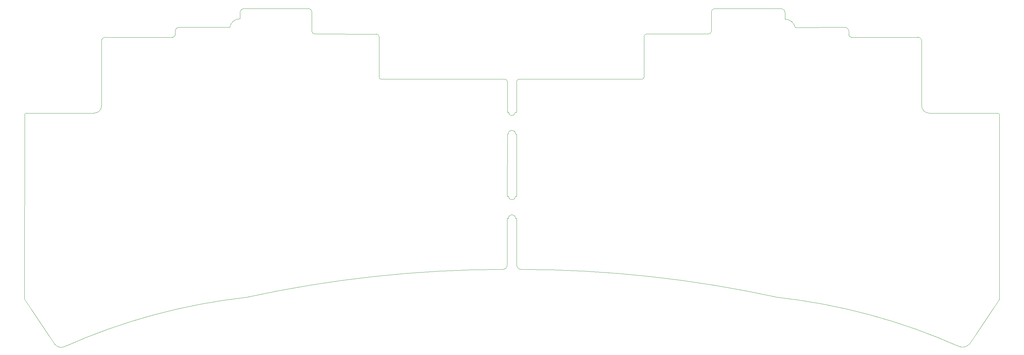
<source format=gbr>
%TF.GenerationSoftware,KiCad,Pcbnew,(6.0.5-0)*%
%TF.CreationDate,2022-07-02T18:36:44-07:00*%
%TF.ProjectId,Swept_3x6,53776570-745f-4337-9836-2e6b69636164,rev?*%
%TF.SameCoordinates,Original*%
%TF.FileFunction,Profile,NP*%
%FSLAX46Y46*%
G04 Gerber Fmt 4.6, Leading zero omitted, Abs format (unit mm)*
G04 Created by KiCad (PCBNEW (6.0.5-0)) date 2022-07-02 18:36:44*
%MOMM*%
%LPD*%
G01*
G04 APERTURE LIST*
%TA.AperFunction,Profile*%
%ADD10C,0.050000*%
%TD*%
G04 APERTURE END LIST*
D10*
X257909420Y-44429122D02*
X257909464Y-27104542D01*
X267901390Y-108847455D02*
G75*
G03*
X270637000Y-108229400I945310J2179055D01*
G01*
X257909397Y-44429123D02*
G75*
G03*
X259913810Y-46355000I1994503J69823D01*
G01*
X219288535Y-95695022D02*
G75*
G03*
X150647400Y-88214200I-69219135J-316475378D01*
G01*
X257909418Y-27104542D02*
G75*
G03*
X256837367Y-26012681I-1081918J9942D01*
G01*
X224014371Y-23380506D02*
X237312020Y-23374308D01*
X57353200Y-26009600D02*
G75*
G03*
X57988200Y-25374600I0J635000D01*
G01*
X221310199Y-19456400D02*
G75*
G03*
X220243220Y-18370508I-1076799J9100D01*
G01*
X94589609Y-19308139D02*
G75*
G03*
X93649800Y-18364200I-943909J39D01*
G01*
X147294227Y-46075600D02*
X146964400Y-46075600D01*
X149428200Y-51968400D02*
X149453600Y-68656200D01*
X149148800Y-51968400D02*
X149428200Y-51968400D01*
X57988200Y-24434800D02*
X57988200Y-25374600D01*
X112623600Y-25920700D02*
G75*
G03*
X111861600Y-25158700I-762000J0D01*
G01*
X18084800Y-46355000D02*
X36230332Y-46348917D01*
X146913600Y-68656200D02*
X146939000Y-51968400D01*
X39324498Y-26009999D02*
G75*
G03*
X38252400Y-27101800I9802J-1081901D01*
G01*
X36230332Y-46348922D02*
G75*
G03*
X38252444Y-44426380I101958J1917452D01*
G01*
X238379012Y-24434800D02*
G75*
G03*
X237312020Y-23374308I-1076812J-16400D01*
G01*
X38252400Y-27101800D02*
X38252444Y-44426380D01*
X259913810Y-46355000D02*
X278282400Y-46355000D01*
X146913600Y-87020400D02*
X146913600Y-74472800D01*
X202534185Y-18364194D02*
G75*
G03*
X201594385Y-19308139I4115J-943906D01*
G01*
X150088600Y-37261800D02*
G75*
G03*
X149402800Y-37947600I0J-685800D01*
G01*
X147269200Y-68656200D02*
X146913600Y-68656200D01*
X147167600Y-51968400D02*
X146939000Y-51968400D01*
X267901410Y-108847409D02*
G75*
G03*
X219288534Y-95695027I-66624810J-149837891D01*
G01*
X75331283Y-19558000D02*
X75336400Y-21082000D01*
X149402800Y-37947600D02*
X149402800Y-46151800D01*
X278688800Y-96266000D02*
X270637000Y-108229400D01*
X201594385Y-19308139D02*
X201594385Y-24384000D01*
X149148800Y-51968400D02*
G75*
G03*
X147167600Y-51968400I-990600J0D01*
G01*
X94589600Y-24384000D02*
X94589600Y-19308139D01*
X278708839Y-46775732D02*
G75*
G03*
X278282400Y-46355000I-420739J32D01*
G01*
X183064711Y-37261800D02*
X150088600Y-37261800D01*
X278708868Y-46775732D02*
X278739600Y-96012000D01*
X59055180Y-23374320D02*
G75*
G03*
X57988200Y-24434800I9820J-1076880D01*
G01*
X147269200Y-74472800D02*
X146913600Y-74472800D01*
X256837367Y-26012681D02*
X239014000Y-26009600D01*
X238379000Y-25374600D02*
X238379000Y-24434800D01*
X77078666Y-95695027D02*
G75*
G03*
X28465795Y-108847420I18011984J-162990303D01*
G01*
X57353200Y-26009600D02*
X39324497Y-26009939D01*
X18084800Y-46354971D02*
G75*
G03*
X17658332Y-46775732I-5700J-420729D01*
G01*
X200832385Y-25145985D02*
G75*
G03*
X201594385Y-24384000I15J761985D01*
G01*
X148183600Y-69545552D02*
G75*
G03*
X149097999Y-68656200I0J914752D01*
G01*
X59055180Y-23374308D02*
X72618600Y-23368000D01*
X149453600Y-87020400D02*
G75*
G03*
X150647400Y-88214200I1193800J0D01*
G01*
X94589600Y-24384000D02*
G75*
G03*
X95351600Y-25146000I762000J0D01*
G01*
X149402800Y-46151800D02*
X149021800Y-46151800D01*
X145719800Y-88214200D02*
G75*
G03*
X146913600Y-87020400I16200J1177600D01*
G01*
X149453600Y-74472800D02*
X149098000Y-74472800D01*
X200832385Y-25146000D02*
X184277000Y-25146000D01*
X183064709Y-37261784D02*
G75*
G03*
X183515000Y-36741100I-57509J504784D01*
G01*
X111861600Y-25158700D02*
X95351600Y-25146000D01*
X146964400Y-37947600D02*
G75*
G03*
X146278600Y-37261800I-685800J0D01*
G01*
X149453600Y-74472800D02*
X149453600Y-87020400D01*
X112623619Y-36817298D02*
G75*
G03*
X113131600Y-37261800I499481J58298D01*
G01*
X146964400Y-46075600D02*
X146964400Y-37947600D01*
X25730198Y-108229402D02*
G75*
G03*
X28465795Y-108847420I1752852J1395392D01*
G01*
X147269201Y-68656200D02*
G75*
G03*
X148183600Y-69545552I914399J25400D01*
G01*
X238379000Y-25374600D02*
G75*
G03*
X239014000Y-26009600I635000J0D01*
G01*
X149453600Y-68656200D02*
X149098000Y-68656200D01*
X146278600Y-37261800D02*
X113131600Y-37261800D01*
X75336400Y-21082044D02*
G75*
G03*
X72618600Y-23368000I15700J-2777256D01*
G01*
X183515000Y-25933400D02*
X183515000Y-36741100D01*
X184277001Y-25146023D02*
G75*
G03*
X183515000Y-25933400I25799J-787377D01*
G01*
X17627600Y-96012000D02*
G75*
G03*
X17678400Y-96266000I660400J0D01*
G01*
X147294320Y-46075605D02*
G75*
G03*
X149021800Y-46151800I863180J-50795D01*
G01*
X149098000Y-74472800D02*
G75*
G03*
X147269200Y-74472800I-914400J0D01*
G01*
X76657203Y-18338769D02*
G75*
G03*
X75331283Y-19558000I-122903J-1196931D01*
G01*
X224014371Y-23380506D02*
G75*
G03*
X221310200Y-21183600I-2729571J-597094D01*
G01*
X17627600Y-96012000D02*
X17658332Y-46775732D01*
X25730200Y-108229400D02*
X17678400Y-96266000D01*
X278688800Y-96266000D02*
G75*
G03*
X278739600Y-96012000I-609600J254000D01*
G01*
X220243220Y-18370508D02*
X202534185Y-18364200D01*
X93649800Y-18364200D02*
X76657200Y-18338800D01*
X112623600Y-36817300D02*
X112623600Y-25920700D01*
X221310200Y-21183600D02*
X221310200Y-19456400D01*
X145719800Y-88214206D02*
G75*
G03*
X77078666Y-95695027I578000J-323956194D01*
G01*
M02*

</source>
